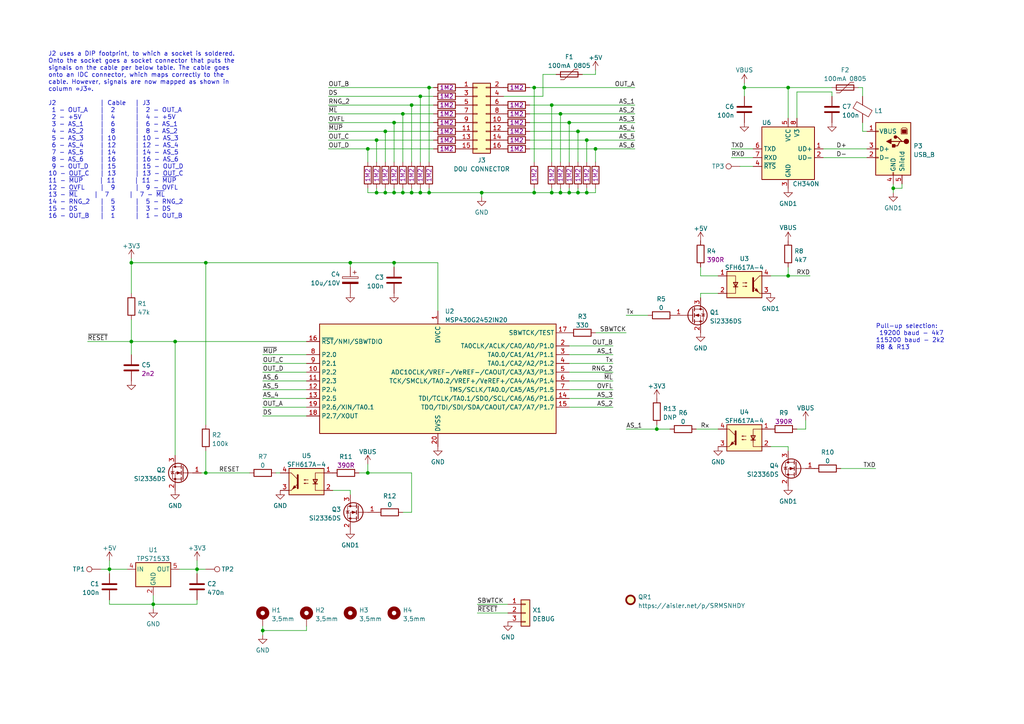
<source format=kicad_sch>
(kicad_sch (version 20211123) (generator eeschema)
  (paper "A4")
  (lib_symbols
    (symbol "Connector:TestPoint" (pin_numbers hide) (pin_names (offset 0.762) hide)
      (property "Reference" "TP" (at 0 6.858 0))
      (property "Value" "TestPoint" (at 0 5.08 0))
      (symbol "TestPoint_1_1"
        (pin passive line (at 0 0 90) (length 2.54) (name "1") (number "1"))
      )
    )
    (symbol "Connector:USB_B" (pin_names (offset 1.016))
      (property "Reference" "J" (at -5.08 11.43 0))
      (property "Value" "USB_B" (at -5.08 8.89 0))
      (symbol "USB_B_1_1"
        (pin power_out line (at 7.62 5.08 180) (length 2.54) (name "VBUS") (number "1"))
        (pin bidirectional line (at 7.62 -2.54 180) (length 2.54) (name "D-") (number "2"))
        (pin bidirectional line (at 7.62 0 180) (length 2.54) (name "D+") (number "3"))
        (pin power_out line (at 0 -10.16 90) (length 2.54) (name "GND") (number "4"))
        (pin passive line (at -2.54 -10.16 90) (length 2.54) (name "Shield") (number "5"))
      )
    )
    (symbol "Connector_Generic:Conn_01x03" (pin_names (offset 1.016) hide)
      (property "Reference" "J" (at 0 5.08 0))
      (property "Value" "Conn_01x03" (at 0 -5.08 0))
      (symbol "Conn_01x03_1_1"
        (pin passive line (at -5.08 2.54 0) (length 3.81) (name "Pin_1") (number "1"))
        (pin passive line (at -5.08 0 0) (length 3.81) (name "Pin_2") (number "2"))
        (pin passive line (at -5.08 -2.54 0) (length 3.81) (name "Pin_3") (number "3"))
      )
    )
    (symbol "Connector_Generic:Conn_02x08_Odd_Even" (pin_names (offset 1.016) hide)
      (property "Reference" "J" (at 1.27 10.16 0))
      (property "Value" "Conn_02x08_Odd_Even" (at 1.27 -12.7 0))
      (symbol "Conn_02x08_Odd_Even_1_1"
        (pin passive line (at -5.08 7.62 0) (length 3.81) (name "Pin_1") (number "1"))
        (pin passive line (at 7.62 -2.54 180) (length 3.81) (name "Pin_10") (number "10"))
        (pin passive line (at -5.08 -5.08 0) (length 3.81) (name "Pin_11") (number "11"))
        (pin passive line (at 7.62 -5.08 180) (length 3.81) (name "Pin_12") (number "12"))
        (pin passive line (at -5.08 -7.62 0) (length 3.81) (name "Pin_13") (number "13"))
        (pin passive line (at 7.62 -7.62 180) (length 3.81) (name "Pin_14") (number "14"))
        (pin passive line (at -5.08 -10.16 0) (length 3.81) (name "Pin_15") (number "15"))
        (pin passive line (at 7.62 -10.16 180) (length 3.81) (name "Pin_16") (number "16"))
        (pin passive line (at 7.62 7.62 180) (length 3.81) (name "Pin_2") (number "2"))
        (pin passive line (at -5.08 5.08 0) (length 3.81) (name "Pin_3") (number "3"))
        (pin passive line (at 7.62 5.08 180) (length 3.81) (name "Pin_4") (number "4"))
        (pin passive line (at -5.08 2.54 0) (length 3.81) (name "Pin_5") (number "5"))
        (pin passive line (at 7.62 2.54 180) (length 3.81) (name "Pin_6") (number "6"))
        (pin passive line (at -5.08 0 0) (length 3.81) (name "Pin_7") (number "7"))
        (pin passive line (at 7.62 0 180) (length 3.81) (name "Pin_8") (number "8"))
        (pin passive line (at -5.08 -2.54 0) (length 3.81) (name "Pin_9") (number "9"))
      )
    )
    (symbol "Device:C" (pin_numbers hide) (pin_names (offset 0.254))
      (property "Reference" "C" (at 0.635 2.54 0))
      (property "Value" "C" (at 0.635 -2.54 0))
      (symbol "C_1_1"
        (pin passive line (at 0 3.81 270) (length 2.794) (name "~") (number "1"))
        (pin passive line (at 0 -3.81 90) (length 2.794) (name "~") (number "2"))
      )
    )
    (symbol "Device:C_Polarized" (pin_numbers hide) (pin_names (offset 0.254))
      (property "Reference" "C" (at 0.635 2.54 0))
      (property "Value" "C_Polarized" (at 0.635 -2.54 0))
      (symbol "C_Polarized_1_1"
        (pin passive line (at 0 3.81 270) (length 2.794) (name "~") (number "1"))
        (pin passive line (at 0 -3.81 90) (length 2.794) (name "~") (number "2"))
      )
    )
    (symbol "Device:FerriteBead" (pin_numbers hide) (pin_names (offset 0))
      (property "Reference" "FB" (at -3.81 0.635 90))
      (property "Value" "FerriteBead" (at 3.81 0 90))
      (symbol "FerriteBead_1_1"
        (pin passive line (at 0 3.81 270) (length 2.54) (name "~") (number "1"))
        (pin passive line (at 0 -3.81 90) (length 2.54) (name "~") (number "2"))
      )
    )
    (symbol "Device:Polyfuse" (pin_numbers hide) (pin_names (offset 0))
      (property "Reference" "F" (at -2.54 0 90))
      (property "Value" "Polyfuse" (at 2.54 0 90))
      (symbol "Polyfuse_1_1"
        (pin passive line (at 0 3.81 270) (length 1.27) (name "~") (number "1"))
        (pin passive line (at 0 -3.81 90) (length 1.27) (name "~") (number "2"))
      )
    )
    (symbol "Device:Q_NMOS_GSD" (pin_names (offset 0) hide)
      (property "Reference" "Q" (at 5.08 1.27 0))
      (property "Value" "Q_NMOS_GSD" (at 5.08 -1.27 0))
      (symbol "Q_NMOS_GSD_1_1"
        (pin input line (at -5.08 0 0) (length 2.54) (name "G") (number "1"))
        (pin passive line (at 2.54 -5.08 90) (length 2.54) (name "S") (number "2"))
        (pin passive line (at 2.54 5.08 270) (length 2.54) (name "D") (number "3"))
      )
    )
    (symbol "Device:R" (pin_numbers hide) (pin_names (offset 0))
      (property "Reference" "R" (at 2.032 0 90))
      (property "Value" "R" (at 0 0 90))
      (symbol "R_1_1"
        (pin passive line (at 0 3.81 270) (length 1.27) (name "~") (number "1"))
        (pin passive line (at 0 -3.81 90) (length 1.27) (name "~") (number "2"))
      )
    )
    (symbol "Isolator:SFH617A-4" (pin_names (offset 1.016))
      (property "Reference" "U" (at -5.08 5.08 0))
      (property "Value" "SFH617A-4" (at 0 5.08 0))
      (symbol "SFH617A-4_1_1"
        (pin passive line (at -7.62 2.54 0) (length 2.54) (name "~") (number "1"))
        (pin passive line (at -7.62 -2.54 0) (length 2.54) (name "~") (number "2"))
        (pin passive line (at 7.62 -2.54 180) (length 2.54) (name "~") (number "3"))
        (pin passive line (at 7.62 2.54 180) (length 2.54) (name "~") (number "4"))
      )
    )
    (symbol "MCU_Texas_MSP430:MSP430G2452IN20"
      (property "Reference" "U" (at -33.02 17.78 0))
      (property "Value" "MSP430G2452IN20" (at 26.67 -16.51 0))
      (symbol "MSP430G2452IN20_1_1"
        (pin power_in line (at 0 20.32 270) (length 3.81) (name "DVCC") (number "1"))
        (pin bidirectional line (at -38.1 2.54 0) (length 3.81) (name "P2.2") (number "10"))
        (pin bidirectional line (at -38.1 0 0) (length 3.81) (name "P2.3") (number "11"))
        (pin bidirectional line (at -38.1 -2.54 0) (length 3.81) (name "P2.4") (number "12"))
        (pin bidirectional line (at -38.1 -5.08 0) (length 3.81) (name "P2.5") (number "13"))
        (pin bidirectional line (at 38.1 -5.08 180) (length 3.81) (name "TDI/TCLK/TA0.1/SDO/SCL/CA6/A6/P1.6") (number "14"))
        (pin bidirectional line (at 38.1 -7.62 180) (length 3.81) (name "TDO/TDI/SDI/SDA/CAOUT/CA7/A7/P1.7") (number "15"))
        (pin input line (at -38.1 11.43 0) (length 3.81) (name "~{RST}/NMI/SBWTDIO") (number "16"))
        (pin input line (at 38.1 13.97 180) (length 3.81) (name "SBWTCK/TEST") (number "17"))
        (pin bidirectional line (at -38.1 -10.16 0) (length 3.81) (name "P2.7/XOUT") (number "18"))
        (pin bidirectional line (at -38.1 -7.62 0) (length 3.81) (name "P2.6/XIN/TA0.1") (number "19"))
        (pin bidirectional line (at 38.1 10.16 180) (length 3.81) (name "TA0CLK/ACLK/CA0/A0/P1.0") (number "2"))
        (pin power_in line (at 0 -19.05 90) (length 3.81) (name "DVSS") (number "20"))
        (pin bidirectional line (at 38.1 7.62 180) (length 3.81) (name "TA0.0/CA1/A1/P1.1") (number "3"))
        (pin bidirectional line (at 38.1 5.08 180) (length 3.81) (name "TA0.1/CA2/A2/P1.2") (number "4"))
        (pin bidirectional line (at 38.1 2.54 180) (length 3.81) (name "ADC10CLK/VREF-/VeREF-/CAOUT/CA3/A3/P1.3") (number "5"))
        (pin bidirectional line (at 38.1 0 180) (length 3.81) (name "TCK/SMCLK/TA0.2/VREF+/VeREF+/CA4/A4/P1.4") (number "6"))
        (pin bidirectional line (at 38.1 -2.54 180) (length 3.81) (name "TMS/SCLK/TA0.0/CA5/A5/P1.5") (number "7"))
        (pin bidirectional line (at -38.1 7.62 0) (length 3.81) (name "P2.0") (number "8"))
        (pin bidirectional line (at -38.1 5.08 0) (length 3.81) (name "P2.1") (number "9"))
      )
    )
    (symbol "Mechanical:Fiducial"
      (property "Reference" "FID" (at 0 5.08 0))
      (property "Value" "Fiducial" (at 0 3.175 0))
    )
    (symbol "Mechanical:MountingHole" (pin_names (offset 1.016))
      (property "Reference" "H" (at 0 5.08 0))
      (property "Value" "MountingHole" (at 0 3.175 0))
    )
    (symbol "Mechanical:MountingHole_Pad" (pin_numbers hide) (pin_names (offset 1.016) hide)
      (property "Reference" "H" (at 0 6.35 0))
      (property "Value" "MountingHole_Pad" (at 0 4.445 0))
      (symbol "MountingHole_Pad_1_1"
        (pin input line (at 0 -2.54 90) (length 2.54) (name "1") (number "1"))
      )
    )
    (symbol "Regulator_Linear:TPS71533__SC70" (pin_names (offset 0.254))
      (property "Reference" "U" (at -3.81 3.175 0))
      (property "Value" "TPS71533__SC70" (at 0 3.175 0))
      (symbol "TPS71533__SC70_1_1"
        (pin no_connect line (at 7.62 -2.54 180) (length 2.54) hide (name "NC") (number "1"))
        (pin power_in line (at 0 -7.62 90) (length 2.54) (name "GND") (number "2"))
        (pin no_connect line (at -7.62 -2.54 0) (length 2.54) hide (name "NC") (number "3"))
        (pin power_in line (at -7.62 0 0) (length 2.54) (name "IN") (number "4"))
        (pin power_out line (at 7.62 0 180) (length 2.54) (name "OUT") (number "5"))
      )
    )
    (symbol "ic:CH340N"
      (property "Reference" "U" (at -5.08 8.89 0))
      (property "Value" "CH340N" (at 1.27 8.89 0))
      (symbol "CH340N_1_1"
        (pin bidirectional line (at -10.16 1.27 0) (length 2.54) (name "UD+") (number "1"))
        (pin bidirectional line (at -10.16 -1.27 0) (length 2.54) (name "UD-") (number "2"))
        (pin power_in line (at 0 -10.16 90) (length 2.54) (name "GND") (number "3"))
        (pin output line (at 10.16 -3.81 180) (length 2.54) (name "~{RTS}") (number "4"))
        (pin power_in line (at 0 10.16 270) (length 2.54) (name "VCC") (number "5"))
        (pin output line (at 10.16 1.27 180) (length 2.54) (name "TXD") (number "6"))
        (pin input line (at 10.16 -1.27 180) (length 2.54) (name "RXD") (number "7"))
        (pin passive line (at -2.54 10.16 270) (length 2.54) (name "V3") (number "8"))
      )
    )
    (symbol "power:+3.3V" (power) (pin_names (offset 0))
      (property "Value" "+3.3V" (at 0 3.556 0))
      (symbol "+3.3V_1_1"
        (pin power_in line (at 0 0 90) (length 0) hide (name "+3V3") (number "1"))
      )
    )
    (symbol "power:+5V" (power) (pin_names (offset 0))
      (property "Value" "+5V" (at 0 3.556 0))
      (symbol "+5V_1_1"
        (pin power_in line (at 0 0 90) (length 0) hide (name "+5V") (number "1"))
      )
    )
    (symbol "power:GND" (power) (pin_names (offset 0))
      (property "Value" "GND" (at 0 -3.81 0))
      (symbol "GND_1_1"
        (pin power_in line (at 0 0 270) (length 0) hide (name "GND") (number "1"))
      )
    )
    (symbol "power:GND1" (power) (pin_names (offset 0))
      (property "Value" "GND1" (at 0 -3.81 0))
      (symbol "GND1_1_1"
        (pin power_in line (at 0 0 270) (length 0) hide (name "GND1") (number "1"))
      )
    )
    (symbol "power:VBUS" (power) (pin_names (offset 0))
      (property "Value" "VBUS" (at 0 3.81 0))
      (symbol "VBUS_1_1"
        (pin power_in line (at 0 0 90) (length 0) hide (name "VBUS") (number "1"))
      )
    )
  )
  (junction (at 162.56 33.02))
  (junction (at 109.22 55.88))
  (junction (at 31.75 165.1))
  (junction (at 106.68 137.16))
  (junction (at 38.1 76.2))
  (junction (at 38.1 99.06))
  (junction (at 154.94 55.88))
  (junction (at 116.84 55.88))
  (junction (at 170.18 40.64))
  (junction (at 165.1 35.56))
  (junction (at 190.5 124.46))
  (junction (at 124.46 25.4))
  (junction (at 101.6 76.2))
  (junction (at 106.68 43.18))
  (junction (at 76.2 182.88))
  (junction (at 165.1 55.88))
  (junction (at 59.69 137.16))
  (junction (at 111.76 38.1))
  (junction (at 119.38 30.48))
  (junction (at 121.92 27.94))
  (junction (at 124.46 55.88))
  (junction (at 111.76 55.88))
  (junction (at 114.3 55.88))
  (junction (at 172.72 43.18))
  (junction (at 160.02 30.48))
  (junction (at 160.02 55.88))
  (junction (at 50.8 99.06))
  (junction (at 139.7 55.88))
  (junction (at 121.92 55.88))
  (junction (at 114.3 76.2))
  (junction (at 44.45 175.26))
  (junction (at 109.22 40.64))
  (junction (at 59.69 76.2))
  (junction (at 119.38 55.88))
  (junction (at 170.18 55.88))
  (junction (at 167.64 55.88))
  (junction (at 215.9 25.4))
  (junction (at 167.64 38.1))
  (junction (at 114.3 35.56))
  (junction (at 57.15 165.1))
  (junction (at 259.08 54.61))
  (junction (at 228.6 80.01))
  (junction (at 162.56 55.88))
  (junction (at 154.94 25.4))
  (junction (at 116.84 33.02))
  (junction (at 228.6 25.4))
  (wire (pts (xy 203.2 77.47) (xy 203.2 80.01)))
  (wire (pts (xy 95.25 33.02) (xy 116.84 33.02)))
  (wire (pts (xy 165.1 35.56) (xy 165.1 46.99)))
  (wire (pts (xy 104.14 137.16) (xy 106.68 137.16)))
  (wire (pts (xy 95.25 30.48) (xy 119.38 30.48)))
  (wire (pts (xy 106.68 134.62) (xy 106.68 137.16)))
  (wire (pts (xy 251.46 38.1) (xy 250.19 38.1)))
  (wire (pts (xy 57.15 165.1) (xy 59.69 165.1)))
  (wire (pts (xy 76.2 120.65) (xy 88.9 120.65)))
  (wire (pts (xy 153.67 30.48) (xy 160.02 30.48)))
  (wire (pts (xy 212.09 43.18) (xy 218.44 43.18)))
  (wire (pts (xy 52.07 165.1) (xy 57.15 165.1)))
  (wire (pts (xy 250.19 38.1) (xy 250.19 35.56)))
  (wire (pts (xy 162.56 55.88) (xy 160.02 55.88)))
  (wire (pts (xy 160.02 54.61) (xy 160.02 55.88)))
  (wire (pts (xy 111.76 54.61) (xy 111.76 55.88)))
  (wire (pts (xy 101.6 76.2) (xy 101.6 77.47)))
  (wire (pts (xy 162.56 54.61) (xy 162.56 55.88)))
  (wire (pts (xy 59.69 76.2) (xy 59.69 123.19)))
  (wire (pts (xy 233.68 121.92) (xy 233.68 124.46)))
  (wire (pts (xy 238.76 45.72) (xy 251.46 45.72)))
  (wire (pts (xy 59.69 137.16) (xy 72.39 137.16)))
  (wire (pts (xy 114.3 55.88) (xy 111.76 55.88)))
  (wire (pts (xy 172.72 54.61) (xy 172.72 55.88)))
  (wire (pts (xy 153.67 25.4) (xy 154.94 25.4)))
  (wire (pts (xy 231.14 124.46) (xy 233.68 124.46)))
  (wire (pts (xy 116.84 148.59) (xy 119.38 148.59)))
  (wire (pts (xy 31.75 162.56) (xy 31.75 165.1)))
  (wire (pts (xy 170.18 40.64) (xy 184.15 40.64)))
  (wire (pts (xy 167.64 55.88) (xy 170.18 55.88)))
  (wire (pts (xy 95.25 25.4) (xy 124.46 25.4)))
  (wire (pts (xy 76.2 105.41) (xy 88.9 105.41)))
  (wire (pts (xy 96.52 142.24) (xy 101.6 142.24)))
  (wire (pts (xy 121.92 27.94) (xy 125.73 27.94)))
  (wire (pts (xy 139.7 55.88) (xy 154.94 55.88)))
  (wire (pts (xy 116.84 33.02) (xy 125.73 33.02)))
  (wire (pts (xy 111.76 55.88) (xy 109.22 55.88)))
  (wire (pts (xy 57.15 162.56) (xy 57.15 165.1)))
  (wire (pts (xy 57.15 165.1) (xy 57.15 166.37)))
  (wire (pts (xy 212.09 45.72) (xy 218.44 45.72)))
  (wire (pts (xy 111.76 38.1) (xy 125.73 38.1)))
  (wire (pts (xy 106.68 43.18) (xy 125.73 43.18)))
  (wire (pts (xy 124.46 55.88) (xy 139.7 55.88)))
  (wire (pts (xy 172.72 43.18) (xy 184.15 43.18)))
  (wire (pts (xy 50.8 99.06) (xy 88.9 99.06)))
  (wire (pts (xy 154.94 25.4) (xy 184.15 25.4)))
  (wire (pts (xy 116.84 54.61) (xy 116.84 55.88)))
  (wire (pts (xy 106.68 43.18) (xy 106.68 46.99)))
  (wire (pts (xy 157.48 21.59) (xy 157.48 27.94)))
  (wire (pts (xy 167.64 54.61) (xy 167.64 55.88)))
  (wire (pts (xy 238.76 43.18) (xy 251.46 43.18)))
  (wire (pts (xy 38.1 74.93) (xy 38.1 76.2)))
  (wire (pts (xy 168.91 21.59) (xy 172.72 21.59)))
  (wire (pts (xy 167.64 38.1) (xy 167.64 46.99)))
  (wire (pts (xy 119.38 55.88) (xy 116.84 55.88)))
  (wire (pts (xy 38.1 85.09) (xy 38.1 76.2)))
  (wire (pts (xy 228.6 80.01) (xy 234.95 80.01)))
  (wire (pts (xy 114.3 54.61) (xy 114.3 55.88)))
  (wire (pts (xy 121.92 54.61) (xy 121.92 55.88)))
  (wire (pts (xy 114.3 35.56) (xy 114.3 46.99)))
  (wire (pts (xy 76.2 113.03) (xy 88.9 113.03)))
  (wire (pts (xy 154.94 55.88) (xy 160.02 55.88)))
  (wire (pts (xy 76.2 181.61) (xy 76.2 182.88)))
  (wire (pts (xy 38.1 99.06) (xy 38.1 92.71)))
  (wire (pts (xy 165.1 100.33) (xy 177.8 100.33)))
  (wire (pts (xy 215.9 25.4) (xy 228.6 25.4)))
  (wire (pts (xy 241.3 25.4) (xy 228.6 25.4)))
  (wire (pts (xy 170.18 54.61) (xy 170.18 55.88)))
  (wire (pts (xy 181.61 91.44) (xy 187.96 91.44)))
  (wire (pts (xy 95.25 27.94) (xy 121.92 27.94)))
  (wire (pts (xy 228.6 25.4) (xy 228.6 34.29)))
  (wire (pts (xy 214.63 48.26) (xy 218.44 48.26)))
  (wire (pts (xy 165.1 113.03) (xy 177.8 113.03)))
  (wire (pts (xy 124.46 54.61) (xy 124.46 55.88)))
  (wire (pts (xy 194.31 124.46) (xy 190.5 124.46)))
  (wire (pts (xy 31.75 173.99) (xy 31.75 175.26)))
  (wire (pts (xy 215.9 24.13) (xy 215.9 25.4)))
  (wire (pts (xy 38.1 99.06) (xy 38.1 102.87)))
  (wire (pts (xy 223.52 80.01) (xy 228.6 80.01)))
  (wire (pts (xy 76.2 110.49) (xy 88.9 110.49)))
  (wire (pts (xy 160.02 30.48) (xy 160.02 46.99)))
  (wire (pts (xy 76.2 182.88) (xy 76.2 184.15)))
  (wire (pts (xy 261.62 54.61) (xy 259.08 54.61)))
  (wire (pts (xy 80.01 137.16) (xy 81.28 137.16)))
  (wire (pts (xy 139.7 55.88) (xy 139.7 57.15)))
  (wire (pts (xy 114.3 76.2) (xy 127 76.2)))
  (wire (pts (xy 190.5 124.46) (xy 181.61 124.46)))
  (wire (pts (xy 165.1 102.87) (xy 177.8 102.87)))
  (wire (pts (xy 172.72 55.88) (xy 170.18 55.88)))
  (wire (pts (xy 161.29 21.59) (xy 157.48 21.59)))
  (wire (pts (xy 165.1 110.49) (xy 177.8 110.49)))
  (wire (pts (xy 231.14 34.29) (xy 231.14 26.67)))
  (wire (pts (xy 58.42 137.16) (xy 59.69 137.16)))
  (wire (pts (xy 119.38 54.61) (xy 119.38 55.88)))
  (wire (pts (xy 203.2 80.01) (xy 208.28 80.01)))
  (wire (pts (xy 36.83 165.1) (xy 31.75 165.1)))
  (wire (pts (xy 111.76 38.1) (xy 111.76 46.99)))
  (wire (pts (xy 38.1 76.2) (xy 59.69 76.2)))
  (wire (pts (xy 243.84 135.89) (xy 254 135.89)))
  (wire (pts (xy 50.8 132.08) (xy 50.8 99.06)))
  (wire (pts (xy 59.69 76.2) (xy 101.6 76.2)))
  (wire (pts (xy 76.2 118.11) (xy 88.9 118.11)))
  (wire (pts (xy 121.92 27.94) (xy 121.92 46.99)))
  (wire (pts (xy 95.25 35.56) (xy 114.3 35.56)))
  (wire (pts (xy 261.62 53.34) (xy 261.62 54.61)))
  (wire (pts (xy 153.67 35.56) (xy 165.1 35.56)))
  (wire (pts (xy 57.15 173.99) (xy 57.15 175.26)))
  (wire (pts (xy 153.67 33.02) (xy 162.56 33.02)))
  (wire (pts (xy 165.1 115.57) (xy 177.8 115.57)))
  (wire (pts (xy 228.6 129.54) (xy 228.6 130.81)))
  (wire (pts (xy 154.94 25.4) (xy 154.94 46.99)))
  (wire (pts (xy 127 76.2) (xy 127 90.17)))
  (wire (pts (xy 165.1 55.88) (xy 162.56 55.88)))
  (wire (pts (xy 241.3 26.67) (xy 241.3 27.94)))
  (wire (pts (xy 114.3 76.2) (xy 114.3 77.47)))
  (wire (pts (xy 109.22 40.64) (xy 109.22 46.99)))
  (wire (pts (xy 31.75 165.1) (xy 31.75 166.37)))
  (wire (pts (xy 109.22 40.64) (xy 125.73 40.64)))
  (wire (pts (xy 250.19 27.94) (xy 250.19 25.4)))
  (wire (pts (xy 165.1 54.61) (xy 165.1 55.88)))
  (wire (pts (xy 25.4 99.06) (xy 38.1 99.06)))
  (wire (pts (xy 119.38 148.59) (xy 119.38 137.16)))
  (wire (pts (xy 231.14 26.67) (xy 241.3 26.67)))
  (wire (pts (xy 124.46 25.4) (xy 124.46 46.99)))
  (wire (pts (xy 44.45 175.26) (xy 44.45 172.72)))
  (wire (pts (xy 76.2 107.95) (xy 88.9 107.95)))
  (wire (pts (xy 165.1 118.11) (xy 177.8 118.11)))
  (wire (pts (xy 165.1 35.56) (xy 184.15 35.56)))
  (wire (pts (xy 119.38 30.48) (xy 125.73 30.48)))
  (wire (pts (xy 119.38 30.48) (xy 119.38 46.99)))
  (wire (pts (xy 44.45 175.26) (xy 57.15 175.26)))
  (wire (pts (xy 114.3 35.56) (xy 125.73 35.56)))
  (wire (pts (xy 259.08 53.34) (xy 259.08 54.61)))
  (wire (pts (xy 59.69 130.81) (xy 59.69 137.16)))
  (wire (pts (xy 124.46 55.88) (xy 121.92 55.88)))
  (wire (pts (xy 203.2 85.09) (xy 203.2 86.36)))
  (wire (pts (xy 119.38 137.16) (xy 106.68 137.16)))
  (wire (pts (xy 29.21 165.1) (xy 31.75 165.1)))
  (wire (pts (xy 160.02 30.48) (xy 184.15 30.48)))
  (wire (pts (xy 109.22 55.88) (xy 109.22 54.61)))
  (wire (pts (xy 167.64 55.88) (xy 165.1 55.88)))
  (wire (pts (xy 165.1 107.95) (xy 177.8 107.95)))
  (wire (pts (xy 95.25 43.18) (xy 106.68 43.18)))
  (wire (pts (xy 250.19 25.4) (xy 248.92 25.4)))
  (wire (pts (xy 106.68 55.88) (xy 109.22 55.88)))
  (wire (pts (xy 116.84 55.88) (xy 114.3 55.88)))
  (wire (pts (xy 172.72 21.59) (xy 172.72 20.32)))
  (wire (pts (xy 76.2 182.88) (xy 88.9 182.88)))
  (wire (pts (xy 172.72 96.52) (xy 181.61 96.52)))
  (wire (pts (xy 101.6 142.24) (xy 101.6 143.51)))
  (wire (pts (xy 153.67 38.1) (xy 167.64 38.1)))
  (wire (pts (xy 162.56 33.02) (xy 184.15 33.02)))
  (wire (pts (xy 38.1 99.06) (xy 50.8 99.06)))
  (wire (pts (xy 259.08 54.61) (xy 259.08 55.88)))
  (wire (pts (xy 162.56 33.02) (xy 162.56 46.99)))
  (wire (pts (xy 153.67 43.18) (xy 172.72 43.18)))
  (wire (pts (xy 101.6 76.2) (xy 114.3 76.2)))
  (wire (pts (xy 172.72 46.99) (xy 172.72 43.18)))
  (wire (pts (xy 116.84 33.02) (xy 116.84 46.99)))
  (wire (pts (xy 153.67 40.64) (xy 170.18 40.64)))
  (wire (pts (xy 208.28 85.09) (xy 203.2 85.09)))
  (wire (pts (xy 167.64 38.1) (xy 184.15 38.1)))
  (wire (pts (xy 170.18 40.64) (xy 170.18 46.99)))
  (wire (pts (xy 95.25 40.64) (xy 109.22 40.64)))
  (wire (pts (xy 95.25 38.1) (xy 111.76 38.1)))
  (wire (pts (xy 124.46 25.4) (xy 125.73 25.4)))
  (wire (pts (xy 201.93 124.46) (xy 208.28 124.46)))
  (wire (pts (xy 154.94 54.61) (xy 154.94 55.88)))
  (wire (pts (xy 76.2 115.57) (xy 88.9 115.57)))
  (wire (pts (xy 223.52 129.54) (xy 228.6 129.54)))
  (wire (pts (xy 88.9 182.88) (xy 88.9 181.61)))
  (wire (pts (xy 44.45 175.26) (xy 44.45 176.53)))
  (wire (pts (xy 165.1 105.41) (xy 177.8 105.41)))
  (wire (pts (xy 215.9 27.94) (xy 215.9 25.4)))
  (wire (pts (xy 138.43 177.8) (xy 147.32 177.8)))
  (wire (pts (xy 121.92 55.88) (xy 119.38 55.88)))
  (wire (pts (xy 146.05 27.94) (xy 157.48 27.94)))
  (wire (pts (xy 228.6 77.47) (xy 228.6 80.01)))
  (wire (pts (xy 76.2 102.87) (xy 88.9 102.87)))
  (wire (pts (xy 106.68 54.61) (xy 106.68 55.88)))
  (wire (pts (xy 31.75 175.26) (xy 44.45 175.26)))
  (wire (pts (xy 138.43 175.26) (xy 147.32 175.26)))
  (wire (pts (xy 190.5 123.19) (xy 190.5 124.46)))
  (text "J2 uses a DIP footprint, to which a socket is soldered.\nOnto the socket goes a socket connector that puts the\nsignals on the cable per below table. The cable goes\nonto an IDC connector, which maps correctly to the\ncable. However, signals are now mapped as shown in\ncolumn »J3«.\n\nJ2			| Cable	| J3\n 1 - OUT_A	|  2	|  2 - OUT_A\n 2 - +5V	|  4 	|  4 - +5V\n 3 - AS_1	|  6 	|  6 - AS_1\n 4 - AS_2	|  8	|  8 - AS_2\n 5 - AS_3	| 10	| 10 - AS_3\n 6 - AS_4	| 12	| 12 - AS_4\n 7 - AS_5	| 14	| 14 - AS_5\n 8 - AS_6	| 16	| 16 - AS_6\n 9 - OUT_D	| 15	| 15 - OUT_D\n10 - OUT_C	| 13	| 13 - OUT_C\n11 - ~{MUP}	| 11	| 11 - ~{MUP}\n12 - OVFL	|  9	|  9 - OVFL\n13 - ~{ML} 	|  7	|  7 - ~{ML}\n14 - RNG_2	|  5	|  5 - RNG_2\n15 - DS 	|  3	|  3 - DS\n16 - OUT_B	|  1	|  1 - OUT_B" (at 13.97 63.5 0) (effects (font (size 1.27 1.27)) (justify left bottom)))
  (text "Pull-up selection:\n 19200 baud - 4k7\n115200 baud - 2k2\nR8 & R13" (at 254 101.6 0) (effects (font (size 1.27 1.27)) (justify left bottom)))
  (label "AS_4" (at 184.15 38.1 180))
  (label "RXD" (at 234.95 80.01 180))
  (label "~{RESET}" (at 25.4 99.06 0))
  (label "OUT_A" (at 76.2 118.11 0))
  (label "DS" (at 95.25 27.94 0))
  (label "OVFL" (at 177.8 113.03 180))
  (label "~{MUP}" (at 76.2 102.87 0))
  (label "SBWTCK" (at 138.43 175.26 0))
  (label "AS_1" (at 177.8 102.87 180))
  (label "OUT_A" (at 184.15 25.4 180))
  (label "AS_5" (at 76.2 113.03 0))
  (label "AS_6" (at 184.15 43.18 180))
  (label "OVFL" (at 95.25 35.56 0))
  (label "AS_2" (at 177.8 118.11 180))
  (label "SBWTCK" (at 181.61 96.52 180))
  (label "~{MUP}" (at 95.25 38.1 0))
  (label "TXD" (at 212.09 43.18 0))
  (label "DS" (at 76.2 120.65 0))
  (label "AS_1" (at 181.61 124.46 0))
  (label "RESET" (at 63.5 137.16 0))
  (label "AS_4" (at 76.2 115.57 0))
  (label "AS_1" (at 184.15 30.48 180))
  (label "OUT_C" (at 76.2 105.41 0))
  (label "AS_6" (at 76.2 110.49 0))
  (label "AS_3" (at 177.8 115.57 180))
  (label "AS_3" (at 184.15 35.56 180))
  (label "OUT_C" (at 95.25 40.64 0))
  (label "RXD" (at 212.09 45.72 0))
  (label "AS_2" (at 184.15 33.02 180))
  (label "~{RESET}" (at 138.43 177.8 0))
  (label "OUT_B" (at 177.8 100.33 180))
  (label "OUT_D" (at 76.2 107.95 0))
  (label "D-" (at 242.57 45.72 0))
  (label "OUT_D" (at 95.25 43.18 0))
  (label "TXD" (at 254 135.89 180))
  (label "RNG_2" (at 95.25 30.48 0))
  (label "Rx" (at 203.2 124.46 0))
  (label "~{ML}" (at 95.25 33.02 0))
  (label "RNG_2" (at 177.8 107.95 180))
  (label "AS_5" (at 184.15 40.64 180))
  (label "Tx" (at 181.61 91.44 0))
  (label "~{ML}" (at 177.8 110.49 180))
  (label "D+" (at 242.57 43.18 0))
  (label "OUT_B" (at 95.25 25.4 0))
  (label "Tx" (at 177.8 105.41 180))
  (symbol (lib_id "power:GND1") (at 228.6 54.61 0) (unit 1)
    (property "Reference" "#PWR0106" (effects hide))
    (property "Value" "GND1" (at 228.6 59.0534 0))
  )
  (symbol (lib_id "Device:R") (at 154.94 50.8 0) (unit 1)
    (property "Reference" "R44" (effects hide))
    (property "Value" "1.2M 0805" (effects hide))
    (property "Footprint" "Resistor_SMD:R_0805_2012Metric" (effects hide))
    (property "Widerstand" "1M2" (at 154.94 50.8 90))
  )
  (symbol (lib_id "power:GND") (at 139.7 57.15 0) (unit 1)
    (property "Reference" "#PWR0124" (effects hide))
    (property "Value" "GND" (at 139.7 61.5934 0))
  )
  (symbol (lib_id "Device:R") (at 59.69 127 180) (unit 1)
    (property "Reference" "R2" (at 61.468 126.1653 0) (effects (justify right)))
    (property "Value" "100k" (at 61.468 128.7022 0) (effects (justify right)))
    (property "Footprint" "Resistor_SMD:R_0805_2012Metric" (effects hide))
  )
  (symbol (lib_id "Device:R") (at 160.02 50.8 0) (unit 1)
    (property "Reference" "R45" (effects hide))
    (property "Value" "1.2M 0805" (effects hide))
    (property "Footprint" "Resistor_SMD:R_0805_2012Metric" (effects hide))
    (property "Widerstand" "1M2" (at 160.02 50.8 90))
  )
  (symbol (lib_id "power:GND1") (at 241.3 35.56 0) (unit 1)
    (property "Reference" "#PWR0107" (effects hide))
    (property "Value" "GND1" (effects hide))
  )
  (symbol (lib_id "Connector:TestPoint") (at 214.63 48.26 90) (unit 1)
    (property "Reference" "TP3" (at 208.28 48.26 90))
    (property "Value" "~{RTS}" (effects hide))
    (property "Footprint" "TestPoint:TestPoint_THTPad_D2.0mm_Drill1.0mm" (effects hide))
  )
  (symbol (lib_id "Device:R") (at 114.3 50.8 0) (unit 1)
    (property "Reference" "R39" (effects hide))
    (property "Value" "1.2M 0805" (effects hide))
    (property "Footprint" "Resistor_SMD:R_0805_2012Metric" (effects hide))
    (property "Widerstand" "1M2" (at 114.3 50.8 90))
  )
  (symbol (lib_id "Device:Q_NMOS_GSD") (at 53.34 137.16 0) (mirror y) (unit 1)
    (property "Reference" "Q2" (at 48.133 136.3253 0) (effects (justify left)))
    (property "Value" "Si2336DS" (at 48.133 138.8622 0) (effects (justify left)))
    (property "Footprint" "Package_TO_SOT_SMD:SOT-23" (effects hide))
    (property "Datasheet" "https://www.vishay.com/docs/71978/si2336ds.pdf" (effects hide))
  )
  (symbol (lib_id "Device:Q_NMOS_GSD") (at 231.14 135.89 0) (mirror y) (unit 1)
    (property "Reference" "Q4" (at 225.933 135.0553 0) (effects (justify left)))
    (property "Value" "Si2336DS" (at 225.933 137.5922 0) (effects (justify left)))
    (property "Footprint" "Package_TO_SOT_SMD:SOT-23" (effects hide))
    (property "Datasheet" "https://www.vishay.com/docs/71978/si2336ds.pdf" (effects hide))
  )
  (symbol (lib_id "power:GND1") (at 101.6 153.67 0) (unit 1)
    (property "Reference" "#PWR0128" (effects hide))
    (property "Value" "GND1" (at 101.6 158.1134 0))
  )
  (symbol (lib_id "Device:R") (at 119.38 50.8 0) (unit 1)
    (property "Reference" "R41" (effects hide))
    (property "Value" "1.2M 0805" (effects hide))
    (property "Footprint" "Resistor_SMD:R_0805_2012Metric" (effects hide))
    (property "Widerstand" "1M2" (at 119.38 50.8 90))
  )
  (symbol (lib_id "Device:C") (at 241.3 31.75 0) (unit 1)
    (property "Reference" "C7" (at 244.221 30.9153 0) (effects (justify left)))
    (property "Value" "100n" (at 244.221 33.4522 0) (effects (justify left)))
    (property "Footprint" "Capacitor_SMD:C_0805_2012Metric" (effects hide))
  )
  (symbol (lib_id "power:GND") (at 101.6 85.09 0) (mirror y) (unit 1)
    (property "Reference" "#PWR0111" (effects hide))
    (property "Value" "GND" (effects hide))
  )
  (symbol (lib_id "Mechanical:MountingHole_Pad") (at 76.2 179.07 0) (unit 1)
    (property "Reference" "H1" (at 78.74 176.9653 0) (effects (justify left)))
    (property "Value" "3,5mm" (at 78.74 179.5022 0) (effects (justify left)))
    (property "Footprint" "MountingHole:MountingHole_3.5mm_Pad" (effects hide))
  )
  (symbol (lib_id "Device:R") (at 162.56 50.8 0) (unit 1)
    (property "Reference" "R46" (effects hide))
    (property "Value" "1.2M 0805" (effects hide))
    (property "Footprint" "Resistor_SMD:R_0805_2012Metric" (effects hide))
    (property "Widerstand" "1M2" (at 162.56 50.8 90))
  )
  (symbol (lib_id "power:+5V") (at 31.75 162.56 0) (unit 1)
    (property "Reference" "#PWR0103" (effects hide))
    (property "Value" "+5V" (at 31.75 158.9842 0))
  )
  (symbol (lib_id "Device:R") (at 165.1 50.8 0) (unit 1)
    (property "Reference" "R47" (effects hide))
    (property "Value" "1.2M 0805" (effects hide))
    (property "Footprint" "Resistor_SMD:R_0805_2012Metric" (effects hide))
    (property "Widerstand" "1M2" (at 165.1 50.8 90))
  )
  (symbol (lib_id "Mechanical:MountingHole") (at 101.6 177.8 0) (unit 1)
    (property "Reference" "H3" (at 104.14 176.9653 0) (effects (justify left)))
    (property "Value" "3,5mm" (at 104.14 179.5022 0) (effects (justify left)))
    (property "Footprint" "MountingHole:MountingHole_3.5mm" (effects hide))
  )
  (symbol (lib_id "power:GND") (at 147.32 180.34 0) (unit 1)
    (property "Reference" "#PWR0118" (effects hide))
    (property "Value" "GND" (at 147.32 184.7834 0))
  )
  (symbol (lib_id "Device:R") (at 116.84 50.8 0) (unit 1)
    (property "Reference" "R40" (effects hide))
    (property "Value" "1.2M 0805" (effects hide))
    (property "Footprint" "Resistor_SMD:R_0805_2012Metric" (effects hide))
    (property "Widerstand" "1M2" (at 116.84 50.8 90))
  )
  (symbol (lib_id "Device:R") (at 129.54 30.48 270) (unit 1)
    (property "Reference" "R24" (effects hide))
    (property "Value" "1.2M 0805" (effects hide))
    (property "Footprint" "Resistor_SMD:R_0805_2012Metric" (effects hide))
    (property "Widerstand" "1M2" (at 129.54 30.48 90))
  )
  (symbol (lib_id "Device:C_Polarized") (at 101.6 81.28 0) (mirror y) (unit 1)
    (property "Reference" "C4" (at 98.679 79.5563 0) (effects (justify left)))
    (property "Value" "10u/10V" (at 98.679 82.0932 0) (effects (justify left)))
    (property "Footprint" "Capacitor_THT:CP_Radial_D4.0mm_P2.00mm" (effects hide))
  )
  (symbol (lib_id "Isolator:SFH617A-4") (at 215.9 127 0) (mirror y) (unit 1)
    (property "Reference" "U4" (at 215.9 119.4902 0))
    (property "Value" "SFH617A-4" (at 215.9 122.0271 0))
    (property "Footprint" "Package_DIP:DIP-4_W7.62mm" (effects hide))
    (property "Datasheet" "http://www.vishay.com/docs/83740/sfh617a.pdf" (effects hide))
  )
  (symbol (lib_id "Device:R") (at 149.86 43.18 270) (unit 1)
    (property "Reference" "R35" (effects hide))
    (property "Value" "1.2M 0805" (effects hide))
    (property "Footprint" "Resistor_SMD:R_0805_2012Metric" (effects hide))
    (property "Widerstand" "1M2" (at 149.86 43.18 90))
  )
  (symbol (lib_id "Device:Polyfuse") (at 245.11 25.4 270) (unit 1)
    (property "Reference" "F2" (at 245.11 20.3032 90))
    (property "Value" "100mA 0805" (at 245.11 22.8401 90))
    (property "Footprint" "Fuse:Fuse_0805_2012Metric" (effects hide))
    (property "MPN" "FSMD010-0805-R" (effects hide))
  )
  (symbol (lib_id "Device:R") (at 111.76 50.8 0) (unit 1)
    (property "Reference" "R38" (effects hide))
    (property "Value" "1.2M 0805" (effects hide))
    (property "Footprint" "Resistor_SMD:R_0805_2012Metric" (effects hide))
    (property "Widerstand" "1M2" (at 111.76 50.8 90))
  )
  (symbol (lib_id "power:GND1") (at 259.08 55.88 0) (unit 1)
    (property "Reference" "#PWR0112" (effects hide))
    (property "Value" "GND1" (at 259.08 60.3234 0))
  )
  (symbol (lib_id "Device:Polyfuse") (at 165.1 21.59 270) (unit 1)
    (property "Reference" "F1" (at 165.1 16.4932 90))
    (property "Value" "100mA 0805" (at 165.1 19.0301 90))
    (property "Footprint" "Fuse:Fuse_0805_2012Metric" (effects hide))
    (property "MPN" "FSMD010-0805-R" (effects hide))
  )
  (symbol (lib_id "Device:R") (at 168.91 96.52 90) (unit 1)
    (property "Reference" "R3" (at 168.91 91.8042 90))
    (property "Value" "330" (at 168.91 94.3411 90))
    (property "Footprint" "Resistor_SMD:R_0805_2012Metric" (effects hide))
  )
  (symbol (lib_id "Device:R") (at 124.46 50.8 0) (unit 1)
    (property "Reference" "R43" (effects hide))
    (property "Value" "1.2M 0805" (effects hide))
    (property "Footprint" "Resistor_SMD:R_0805_2012Metric" (effects hide))
    (property "Widerstand" "1M2" (at 124.46 50.8 90))
  )
  (symbol (lib_id "Device:R") (at 129.54 27.94 90) (unit 1)
    (property "Reference" "R22" (effects hide))
    (property "Value" "1.2M 0805" (effects hide))
    (property "Footprint" "Resistor_SMD:R_0805_2012Metric" (effects hide))
    (property "Widerstand" "1M2" (at 129.54 27.94 90))
  )
  (symbol (lib_id "Connector_Generic:Conn_01x03") (at 152.4 177.8 0) (unit 1)
    (property "Reference" "X1" (at 154.432 176.9653 0) (effects (justify left)))
    (property "Value" "DEBUG" (at 154.432 179.5022 0) (effects (justify left)))
    (property "Footprint" "Connector_PinHeader_2.54mm:PinHeader_1x03_P2.54mm_Vertical" (effects hide))
  )
  (symbol (lib_id "power:GND1") (at 223.52 85.09 0) (unit 1)
    (property "Reference" "#PWR0108" (effects hide))
    (property "Value" "GND1" (at 223.52 89.5334 0))
  )
  (symbol (lib_id "Device:R") (at 76.2 137.16 270) (mirror x) (unit 1)
    (property "Reference" "R7" (at 76.2 132.4442 90))
    (property "Value" "0" (at 76.2 134.9811 90))
    (property "Footprint" "Resistor_SMD:R_0805_2012Metric" (effects hide))
  )
  (symbol (lib_id "power:GND") (at 76.2 184.15 0) (unit 1)
    (property "Reference" "#PWR0101" (effects hide))
    (property "Value" "GND" (at 76.2 188.5934 0))
  )
  (symbol (lib_id "power:GND1") (at 215.9 35.56 0) (unit 1)
    (property "Reference" "#PWR0113" (effects hide))
    (property "Value" "GND1" (effects hide))
  )
  (symbol (lib_id "power:+3.3V") (at 190.5 115.57 0) (unit 1)
    (property "Reference" "#PWR0129" (effects hide))
    (property "Value" "+3.3V" (at 190.5 111.9942 0))
  )
  (symbol (lib_id "Device:R") (at 167.64 50.8 0) (unit 1)
    (property "Reference" "R48" (effects hide))
    (property "Value" "1.2M 0805" (effects hide))
    (property "Footprint" "Resistor_SMD:R_0805_2012Metric" (effects hide))
    (property "Widerstand" "1M2" (at 167.64 50.8 90))
  )
  (symbol (lib_id "Device:R") (at 149.86 33.02 270) (unit 1)
    (property "Reference" "R27" (effects hide))
    (property "Value" "1.2M 0805" (effects hide))
    (property "Footprint" "Resistor_SMD:R_0805_2012Metric" (effects hide))
    (property "Widerstand" "1M2" (at 149.86 33.02 90))
  )
  (symbol (lib_id "Device:R") (at 170.18 50.8 0) (unit 1)
    (property "Reference" "R49" (effects hide))
    (property "Value" "1.2M 0805" (effects hide))
    (property "Footprint" "Resistor_SMD:R_0805_2012Metric" (effects hide))
    (property "Widerstand" "1M2" (at 170.18 50.8 90))
  )
  (symbol (lib_id "Device:R") (at 149.86 40.64 270) (unit 1)
    (property "Reference" "R33" (effects hide))
    (property "Value" "1.2M 0805" (effects hide))
    (property "Footprint" "Resistor_SMD:R_0805_2012Metric" (effects hide))
    (property "Widerstand" "1M2" (at 149.86 40.64 90))
  )
  (symbol (lib_id "power:VBUS") (at 228.6 69.85 0) (unit 1)
    (property "Reference" "#PWR0114" (effects hide))
    (property "Value" "VBUS" (at 228.6 66.04 0))
  )
  (symbol (lib_id "Device:C") (at 38.1 106.68 0) (unit 1)
    (property "Reference" "C5" (at 41.021 105.8453 0) (effects (justify left)))
    (property "Value" "2.2nF 0805" (effects hide))
    (property "Footprint" "Capacitor_SMD:C_0805_2012Metric" (effects hide))
    (property "Kapazität" "2n2" (at 41.021 108.3822 0) (effects (justify left)))
  )
  (symbol (lib_id "Device:C") (at 215.9 31.75 0) (mirror x) (unit 1)
    (property "Reference" "C6" (at 212.979 30.9153 0) (effects (justify right)))
    (property "Value" "100n" (at 212.979 33.4522 0) (effects (justify right)))
    (property "Footprint" "Capacitor_SMD:C_0805_2012Metric" (effects hide))
  )
  (symbol (lib_id "power:GND") (at 50.8 142.24 0) (unit 1)
    (property "Reference" "#PWR0122" (effects hide))
    (property "Value" "GND" (at 50.8 146.6834 0))
  )
  (symbol (lib_id "Connector:USB_B") (at 259.08 43.18 0) (mirror y) (unit 1)
    (property "Reference" "P3" (at 264.922 42.3453 0) (effects (justify right)))
    (property "Value" "USB_B" (at 264.922 44.8822 0) (effects (justify right)))
    (property "Footprint" "Connector_USB:USB_B_OST_USB-B1HSxx_Horizontal" (effects hide))
    (property "Datasheet" "https://cdn-reichelt.de/documents/datenblatt/C120/USBBW.pdf" (effects hide))
  )
  (symbol (lib_id "power:GND") (at 203.2 96.52 0) (unit 1)
    (property "Reference" "#PWR0105" (effects hide))
    (property "Value" "GND" (at 203.2 100.9634 0))
  )
  (symbol (lib_id "Device:R") (at 149.86 30.48 270) (unit 1)
    (property "Reference" "R25" (effects hide))
    (property "Value" "1.2M 0805" (effects hide))
    (property "Footprint" "Resistor_SMD:R_0805_2012Metric" (effects hide))
    (property "Widerstand" "1M2" (at 149.86 30.48 90))
  )
  (symbol (lib_id "Device:C") (at 114.3 81.28 0) (unit 1)
    (property "Reference" "C3" (at 111.379 80.4453 0) (effects (justify right)))
    (property "Value" "100n" (at 111.379 82.9822 0) (effects (justify right)))
    (property "Footprint" "Capacitor_SMD:C_0805_2012Metric" (effects hide))
  )
  (symbol (lib_id "power:GND") (at 114.3 85.09 0) (unit 1)
    (property "Reference" "#PWR0110" (effects hide))
    (property "Value" "GND" (effects hide))
  )
  (symbol (lib_id "Regulator_Linear:TPS71533__SC70") (at 44.45 165.1 0) (unit 1)
    (property "Reference" "U1" (at 44.45 159.4952 0))
    (property "Value" "TPS71533" (at 44.45 162.0321 0))
    (property "Footprint" "Package_TO_SOT_SMD:SOT-353_SC-70-5" (effects hide))
    (property "Datasheet" "http://www.ti.com/lit/ds/symlink/tps715.pdf" (effects hide))
  )
  (symbol (lib_id "Device:R") (at 106.68 50.8 0) (unit 1)
    (property "Reference" "R36" (effects hide))
    (property "Value" "1.2M 0805" (effects hide))
    (property "Footprint" "Resistor_SMD:R_0805_2012Metric" (effects hide))
    (property "Widerstand" "1M2" (at 106.68 50.8 90))
  )
  (symbol (lib_id "Device:R") (at 129.54 40.64 270) (unit 1)
    (property "Reference" "R32" (effects hide))
    (property "Value" "1.2M 0805" (effects hide))
    (property "Footprint" "Resistor_SMD:R_0805_2012Metric" (effects hide))
    (property "Widerstand" "1M2" (at 129.54 40.64 90))
  )
  (symbol (lib_id "Device:C") (at 31.75 170.18 0) (unit 1)
    (property "Reference" "C1" (at 28.829 169.3453 0) (effects (justify right)))
    (property "Value" "100n" (at 28.829 171.8822 0) (effects (justify right)))
    (property "Footprint" "Capacitor_SMD:C_0805_2012Metric" (effects hide))
  )
  (symbol (lib_id "Connector:TestPoint") (at 29.21 165.1 90) (unit 1)
    (property "Reference" "TP1" (at 22.86 165.1 90))
    (property "Value" "5V" (effects hide))
    (property "Footprint" "TestPoint:TestPoint_THTPad_D2.0mm_Drill1.0mm" (effects hide))
  )
  (symbol (lib_id "MCU_Texas_MSP430:MSP430G2452IN20") (at 127 110.49 0) (unit 1)
    (property "Reference" "U2" (at 129.0194 90.2802 0) (effects (justify left)))
    (property "Value" "MSP430G2452IN20" (at 129.0194 92.8171 0) (effects (justify left)))
    (property "Footprint" "Package_DIP:DIP-20_W7.62mm_Socket" (effects hide))
    (property "Datasheet" "http://www.ti.com/lit/ds/symlink/msp430g2452.pdf" (effects hide))
  )
  (symbol (lib_id "Device:R") (at 190.5 119.38 0) (mirror y) (unit 1)
    (property "Reference" "R13" (at 192.278 118.5453 0) (effects (justify right)))
    (property "Value" "DNP" (at 192.278 121.0822 0) (effects (justify right)))
    (property "Footprint" "Resistor_SMD:R_0805_2012Metric" (effects hide))
  )
  (symbol (lib_id "power:+5V") (at 203.2 69.85 0) (unit 1)
    (property "Reference" "#PWR0123" (effects hide))
    (property "Value" "+5V" (at 203.2 66.2742 0))
  )
  (symbol (lib_id "Connector:TestPoint") (at 59.69 165.1 270) (unit 1)
    (property "Reference" "TP2" (at 66.04 165.1 90))
    (property "Value" "3.3V" (effects hide))
    (property "Footprint" "TestPoint:TestPoint_THTPad_D2.0mm_Drill1.0mm" (effects hide))
  )
  (symbol (lib_id "Device:R") (at 129.54 33.02 270) (unit 1)
    (property "Reference" "R26" (effects hide))
    (property "Value" "1.2M 0805" (effects hide))
    (property "Footprint" "Resistor_SMD:R_0805_2012Metric" (effects hide))
    (property "Widerstand" "1M2" (at 129.54 33.02 90))
  )
  (symbol (lib_id "power:+3.3V") (at 38.1 74.93 0) (unit 1)
    (property "Reference" "#PWR0121" (effects hide))
    (property "Value" "+3.3V" (at 38.1 71.3542 0))
  )
  (symbol (lib_id "Device:R") (at 38.1 88.9 180) (unit 1)
    (property "Reference" "R1" (at 39.878 88.0653 0) (effects (justify right)))
    (property "Value" "47k" (at 39.878 90.6022 0) (effects (justify right)))
    (property "Footprint" "Resistor_SMD:R_0805_2012Metric" (effects hide))
  )
  (symbol (lib_id "Device:Q_NMOS_GSD") (at 104.14 148.59 0) (mirror y) (unit 1)
    (property "Reference" "Q3" (at 98.933 147.7553 0) (effects (justify left)))
    (property "Value" "Si2336DS" (at 98.933 150.2922 0) (effects (justify left)))
    (property "Footprint" "Package_TO_SOT_SMD:SOT-23" (effects hide))
    (property "Datasheet" "https://www.vishay.com/docs/71978/si2336ds.pdf" (effects hide))
  )
  (symbol (lib_id "Device:Q_NMOS_GSD") (at 200.66 91.44 0) (unit 1)
    (property "Reference" "Q1" (at 205.867 90.6053 0) (effects (justify left)))
    (property "Value" "Si2336DS" (at 205.867 93.1422 0) (effects (justify left)))
    (property "Footprint" "Package_TO_SOT_SMD:SOT-23" (effects hide))
    (property "Datasheet" "https://www.vishay.com/docs/71978/si2336ds.pdf" (effects hide))
  )
  (symbol (lib_id "Device:R") (at 149.86 35.56 270) (unit 1)
    (property "Reference" "R29" (effects hide))
    (property "Value" "1.2M 0805" (effects hide))
    (property "Footprint" "Resistor_SMD:R_0805_2012Metric" (effects hide))
    (property "Widerstand" "1M2" (at 149.86 35.56 90))
  )
  (symbol (lib_id "Mechanical:MountingHole_Pad") (at 88.9 179.07 0) (unit 1)
    (property "Reference" "H2" (at 91.44 176.9653 0) (effects (justify left)))
    (property "Value" "3,5mm" (at 91.44 179.5022 0) (effects (justify left)))
    (property "Footprint" "MountingHole:MountingHole_3.5mm_Pad" (effects hide))
  )
  (symbol (lib_id "ic:CH340N") (at 228.6 44.45 0) (mirror y) (unit 1)
    (property "Reference" "U6" (at 220.98 35.56 0) (effects (justify right)))
    (property "Value" "CH340N" (at 229.87 53.34 0) (effects (justify right)))
    (property "Footprint" "Package_SO:SOP-8_3.9x4.9mm_P1.27mm" (effects hide))
    (property "Datasheet" "http://www.wch-ic.com/downloads/CH340DS1_PDF.html" (effects hide))
  )
  (symbol (lib_id "power:VBUS") (at 233.68 121.92 0) (unit 1)
    (property "Reference" "#PWR0126" (effects hide))
    (property "Value" "VBUS" (at 233.68 118.3442 0))
  )
  (symbol (lib_id "Device:R") (at 129.54 38.1 270) (unit 1)
    (property "Reference" "R30" (effects hide))
    (property "Value" "1.2M 0805" (effects hide))
    (property "Footprint" "Resistor_SMD:R_0805_2012Metric" (effects hide))
    (property "Widerstand" "1M2" (at 129.54 38.1 90))
  )
  (symbol (lib_id "Device:R") (at 129.54 43.18 270) (unit 1)
    (property "Reference" "R34" (effects hide))
    (property "Value" "1.2M 0805" (effects hide))
    (property "Footprint" "Resistor_SMD:R_0805_2012Metric" (effects hide))
    (property "Widerstand" "1M2" (at 129.54 43.18 90))
  )
  (symbol (lib_id "power:VBUS") (at 215.9 24.13 0) (unit 1)
    (property "Reference" "#PWR0115" (effects hide))
    (property "Value" "VBUS" (at 215.9 20.32 0))
  )
  (symbol (lib_id "Device:R") (at 203.2 73.66 0) (unit 1)
    (property "Reference" "R4" (at 204.978 72.8253 0) (effects (justify left)))
    (property "Value" "390R 0805" (effects hide))
    (property "Footprint" "Resistor_SMD:R_0805_2012Metric" (effects hide))
    (property "Widerstand" "390R" (at 204.978 75.3622 0) (effects (justify left)))
  )
  (symbol (lib_id "Device:R") (at 109.22 50.8 0) (unit 1)
    (property "Reference" "R37" (effects hide))
    (property "Value" "1.2M 0805" (effects hide))
    (property "Footprint" "Resistor_SMD:R_0805_2012Metric" (effects hide))
    (property "Widerstand" "1M2" (at 109.22 50.8 90))
  )
  (symbol (lib_id "Isolator:SFH617A-4") (at 215.9 82.55 0) (unit 1)
    (property "Reference" "U3" (at 215.9 75.0402 0))
    (property "Value" "SFH617A-4" (at 215.9 77.5771 0))
    (property "Footprint" "Package_DIP:DIP-4_W7.62mm" (effects hide))
    (property "Datasheet" "http://www.vishay.com/docs/83740/sfh617a.pdf" (effects hide))
  )
  (symbol (lib_id "power:GND") (at 208.28 129.54 0) (unit 1)
    (property "Reference" "#PWR0125" (effects hide))
    (property "Value" "GND" (at 208.28 133.9834 0))
  )
  (symbol (lib_id "Mechanical:MountingHole") (at 114.3 177.8 0) (unit 1)
    (property "Reference" "H4" (at 116.84 176.9653 0) (effects (justify left)))
    (property "Value" "3,5mm" (at 116.84 179.5022 0) (effects (justify left)))
    (property "Footprint" "MountingHole:MountingHole_3.5mm" (effects hide))
  )
  (symbol (lib_id "Device:R") (at 129.54 25.4 270) (unit 1)
    (property "Reference" "R20" (effects hide))
    (property "Value" "1.2M 0805" (effects hide))
    (property "Footprint" "Resistor_SMD:R_0805_2012Metric" (effects hide))
    (property "Widerstand" "1M2" (at 129.54 25.4 90))
  )
  (symbol (lib_id "Device:FerriteBead") (at 250.19 31.75 0) (unit 1)
    (property "Reference" "L1" (at 253.5936 32.133 0) (effects (justify left)))
    (property "Value" "600R 1A 0603" (effects hide))
    (property "Footprint" "Inductor_SMD:L_0603_1608Metric" (effects hide))
    (property "Datasheet" "https://www.we-online.com/katalog/datasheet/742792651.pdf" (effects hide))
    (property "MPN" "742792651" (effects hide))
  )
  (symbol (lib_id "Device:R") (at 121.92 50.8 0) (unit 1)
    (property "Reference" "R42" (effects hide))
    (property "Value" "1.2M 0805" (effects hide))
    (property "Footprint" "Resistor_SMD:R_0805_2012Metric" (effects hide))
    (property "Widerstand" "1M2" (at 121.92 50.8 90))
  )
  (symbol (lib_id "power:GND") (at 44.45 176.53 0) (unit 1)
    (property "Reference" "#PWR0102" (effects hide))
    (property "Value" "GND" (at 44.45 180.9734 0))
  )
  (symbol (lib_id "power:GND") (at 81.28 142.24 0) (unit 1)
    (property "Reference" "#PWR0120" (effects hide))
    (property "Value" "GND" (at 81.28 146.6834 0))
  )
  (symbol (lib_id "Mechanical:Fiducial") (at 182.88 173.99 0) (unit 1) (in_bom no)
    (property "Reference" "QR1" (at 185.039 173.1553 0) (effects (justify left)))
    (property "Value" "https://aisler.net/p/SRMSNHDY" (at 185.039 175.6922 0) (effects (justify left)))
    (property "Footprint" "local:Aisler_QR" (effects hide))
  )
  (symbol (lib_id "Device:R") (at 100.33 137.16 270) (mirror x) (unit 1)
    (property "Reference" "R11" (at 100.33 132.4442 90))
    (property "Value" "390R 0805" (effects hide))
    (property "Footprint" "Resistor_SMD:R_0805_2012Metric" (effects hide))
    (property "Widerstand" "390R" (at 100.33 134.9811 90))
  )
  (symbol (lib_id "power:GND1") (at 228.6 140.97 0) (unit 1)
    (property "Reference" "#PWR0127" (effects hide))
    (property "Value" "GND1" (at 228.6 145.4134 0))
  )
  (symbol (lib_id "Device:R") (at 227.33 124.46 270) (mirror x) (unit 1)
    (property "Reference" "R9" (at 227.33 119.7442 90))
    (property "Value" "390R 0805" (effects hide))
    (property "Footprint" "Resistor_SMD:R_0805_2012Metric" (effects hide))
    (property "Widerstand" "390R" (at 227.33 122.2811 90))
  )
  (symbol (lib_id "Device:R") (at 113.03 148.59 270) (mirror x) (unit 1)
    (property "Reference" "R12" (at 113.03 143.8742 90))
    (property "Value" "0" (at 113.03 146.4111 90))
    (property "Footprint" "Resistor_SMD:R_0805_2012Metric" (effects hide))
  )
  (symbol (lib_id "power:+3.3V") (at 57.15 162.56 0) (unit 1)
    (property "Reference" "#PWR0117" (effects hide))
    (property "Value" "+3.3V" (at 57.15 158.9842 0))
  )
  (symbol (lib_id "Device:R") (at 228.6 73.66 180) (unit 1)
    (property "Reference" "R8" (at 230.378 72.8253 0) (effects (justify right)))
    (property "Value" "4k7" (at 230.378 75.3622 0) (effects (justify right)))
    (property "Footprint" "Resistor_SMD:R_0805_2012Metric" (effects hide))
  )
  (symbol (lib_id "Connector_Generic:Conn_02x08_Odd_Even") (at 138.43 33.02 0) (unit 1)
    (property "Reference" "J3" (at 139.7 46.4804 0))
    (property "Value" "DOU CONNECTOR" (at 139.7 49.0173 0))
    (property "Footprint" "Connector_IDC:IDC-Header_2x08_P2.54mm_Vertical" (effects hide))
  )
  (symbol (lib_id "power:+5V") (at 172.72 20.32 0) (unit 1)
    (property "Reference" "#PWR0109" (effects hide))
    (property "Value" "+5V" (at 172.72 16.7442 0))
  )
  (symbol (lib_id "Device:R") (at 149.86 25.4 270) (unit 1)
    (property "Reference" "R21" (effects hide))
    (property "Value" "1.2M 0805" (effects hide))
    (property "Footprint" "Resistor_SMD:R_0805_2012Metric" (effects hide))
    (property "Widerstand" "1M2" (at 149.86 25.4 90))
  )
  (symbol (lib_id "Device:R") (at 191.77 91.44 90) (unit 1)
    (property "Reference" "R5" (at 191.77 86.7242 90))
    (property "Value" "0" (at 191.77 89.2611 90))
    (property "Footprint" "Resistor_SMD:R_0805_2012Metric" (effects hide))
  )
  (symbol (lib_id "Device:R") (at 172.72 50.8 0) (unit 1)
    (property "Reference" "R50" (effects hide))
    (property "Value" "1.2M 0805" (effects hide))
    (property "Footprint" "Resistor_SMD:R_0805_2012Metric" (effects hide))
    (property "Widerstand" "1M2" (at 172.72 50.8 90))
  )
  (symbol (lib_id "power:GND") (at 127 129.54 0) (unit 1)
    (property "Reference" "#PWR0104" (effects hide))
    (property "Value" "GND" (at 127 133.9834 0))
  )
  (symbol (lib_id "power:GND") (at 38.1 110.49 0) (unit 1)
    (property "Reference" "#PWR0116" (effects hide))
    (property "Value" "GND" (effects hide))
  )
  (symbol (lib_id "Device:R") (at 198.12 124.46 270) (mirror x) (unit 1)
    (property "Reference" "R6" (at 198.12 119.7442 90))
    (property "Value" "0" (at 198.12 122.2811 90))
    (property "Footprint" "Resistor_SMD:R_0805_2012Metric" (effects hide))
  )
  (symbol (lib_id "Isolator:SFH617A-4") (at 88.9 139.7 0) (mirror y) (unit 1)
    (property "Reference" "U5" (at 88.9 132.1902 0))
    (property "Value" "SFH617A-4" (at 88.9 134.7271 0))
    (property "Footprint" "Package_DIP:DIP-4_W7.62mm" (effects hide))
    (property "Datasheet" "http://www.vishay.com/docs/83740/sfh617a.pdf" (effects hide))
  )
  (symbol (lib_id "Device:R") (at 149.86 38.1 270) (unit 1)
    (property "Reference" "R31" (effects hide))
    (property "Value" "1.2M 0805" (effects hide))
    (property "Footprint" "Resistor_SMD:R_0805_2012Metric" (effects hide))
    (property "Widerstand" "1M2" (at 149.86 38.1 90))
  )
  (symbol (lib_id "Device:C") (at 57.15 170.18 0) (unit 1)
    (property "Reference" "C2" (at 60.071 169.3453 0) (effects (justify left)))
    (property "Value" "470n" (at 60.071 171.8822 0) (effects (justify left)))
    (property "Footprint" "Capacitor_SMD:C_0805_2012Metric" (effects hide))
  )
  (symbol (lib_id "Device:R") (at 129.54 35.56 270) (unit 1)
    (property "Reference" "R28" (effects hide))
    (property "Value" "1.2M 0805" (effects hide))
    (property "Footprint" "Resistor_SMD:R_0805_2012Metric" (effects hide))
    (property "Widerstand" "1M2" (at 129.54 35.56 90))
  )
  (symbol (lib_id "Device:R") (at 240.03 135.89 270) (mirror x) (unit 1)
    (property "Reference" "R10" (at 240.03 131.1742 90))
    (property "Value" "0" (at 240.03 133.7111 90))
    (property "Footprint" "Resistor_SMD:R_0805_2012Metric" (effects hide))
  )
  (symbol (lib_id "power:VBUS") (at 106.68 134.62 0) (unit 1)
    (property "Reference" "#PWR0119" (effects hide))
    (property "Value" "VBUS" (at 106.68 131.0442 0))
  )
)
</source>
